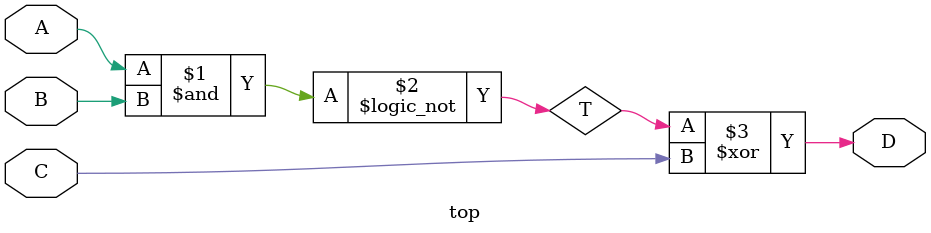
<source format=v>
`timescale 1ns / 1ps

`default_nettype none
module top(
    input wire A, B, C,
    output wire D
    );
wire T;
assign T = !(A & B);
assign D = T ^ C;

endmodule

</source>
